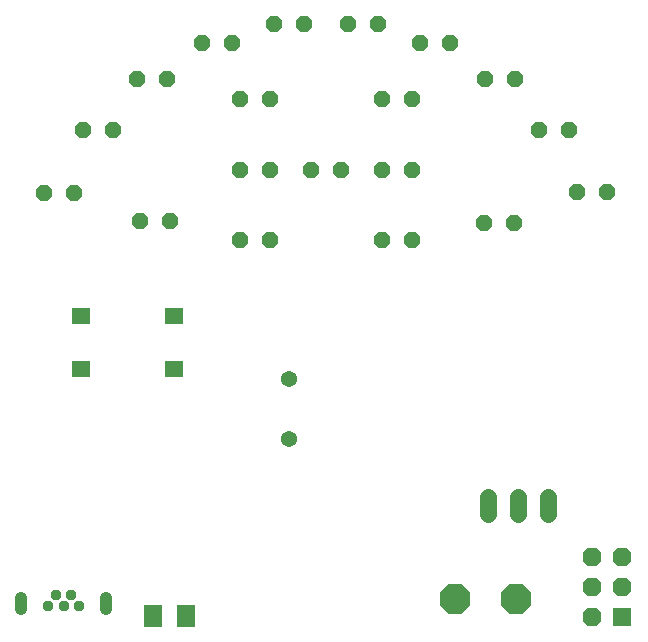
<source format=gts>
G75*
%MOIN*%
%OFA0B0*%
%FSLAX25Y25*%
%IPPOS*%
%LPD*%
%AMOC8*
5,1,8,0,0,1.08239X$1,22.5*
%
%ADD10OC8,0.05400*%
%ADD11R,0.06200X0.06200*%
%ADD12OC8,0.06200*%
%ADD13OC8,0.10200*%
%ADD14C,0.05800*%
%ADD15C,0.03775*%
%ADD16C,0.04019*%
%ADD17R,0.06499X0.07298*%
%ADD18R,0.06106X0.05712*%
%ADD19C,0.05400*%
D10*
X0080876Y0136358D03*
X0090876Y0136358D03*
X0090876Y0159980D03*
X0080876Y0159980D03*
X0057526Y0142980D03*
X0047526Y0142980D03*
X0025285Y0152106D03*
X0015285Y0152106D03*
X0028474Y0173287D03*
X0038474Y0173287D03*
X0046467Y0190256D03*
X0056467Y0190256D03*
X0068159Y0202224D03*
X0078159Y0202224D03*
X0092096Y0208406D03*
X0102096Y0208406D03*
X0116900Y0208406D03*
X0126900Y0208406D03*
X0140837Y0202224D03*
X0150837Y0202224D03*
X0162490Y0190295D03*
X0172490Y0190295D03*
X0180482Y0173287D03*
X0190482Y0173287D03*
X0193120Y0152343D03*
X0203120Y0152343D03*
X0172230Y0142250D03*
X0162230Y0142250D03*
X0138120Y0136358D03*
X0128120Y0136358D03*
X0128120Y0159980D03*
X0138120Y0159980D03*
X0114498Y0159980D03*
X0104498Y0159980D03*
X0090876Y0183602D03*
X0080876Y0183602D03*
X0128120Y0183602D03*
X0138120Y0183602D03*
D11*
X0208230Y0011000D03*
D12*
X0198230Y0011000D03*
X0198230Y0021000D03*
X0208230Y0021000D03*
X0208230Y0031000D03*
X0198230Y0031000D03*
D13*
X0172730Y0017000D03*
X0152480Y0017000D03*
D14*
X0163480Y0045200D02*
X0163480Y0050800D01*
X0173480Y0050800D02*
X0173480Y0045200D01*
X0183480Y0045200D02*
X0183480Y0050800D01*
D15*
X0027098Y0014384D03*
X0024539Y0018321D03*
X0021980Y0014384D03*
X0019421Y0018321D03*
X0016862Y0014384D03*
D16*
X0007906Y0013341D02*
X0007906Y0017159D01*
X0036055Y0017159D02*
X0036055Y0013341D01*
D17*
X0051632Y0011250D03*
X0062829Y0011250D03*
D18*
X0058781Y0093392D03*
X0058781Y0111108D03*
X0027679Y0111108D03*
X0027679Y0093392D03*
D19*
X0096980Y0090250D03*
X0096980Y0070250D03*
M02*

</source>
